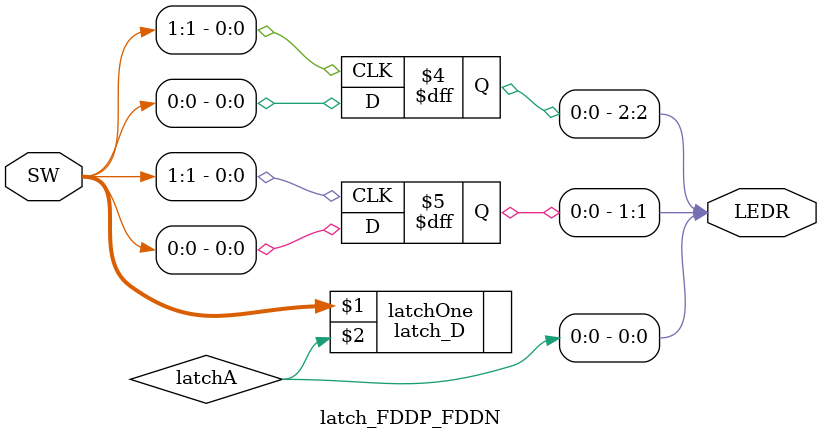
<source format=v>
module latch_FDDP_FDDN(
	input [1:0] SW,
	output reg [2:0] LEDR);
	
	wire [0:0] latchA,latchB,latchC;
	
	latch_D latchOne(SW,latchA);
	
	always @(*)
		LEDR[0] = latchA;
		
	always @(posedge SW[1])
		LEDR[1] = SW[0];
	
	always @(negedge SW[1])
		LEDR[2] = SW[0];
		
endmodule
</source>
